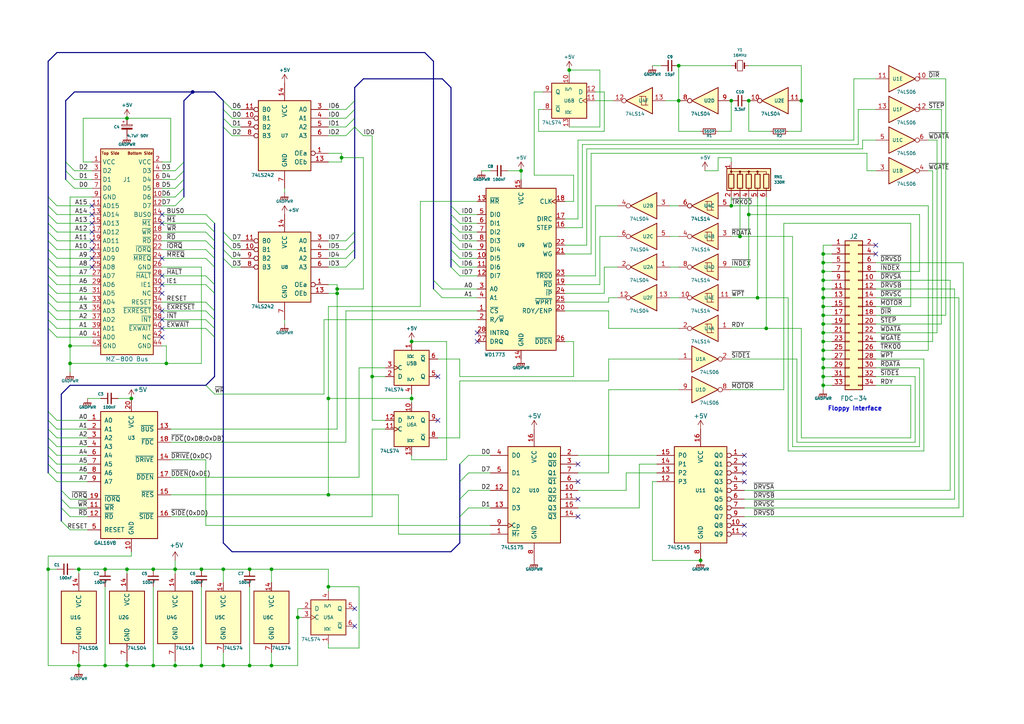
<source format=kicad_sch>
(kicad_sch (version 20211123) (generator eeschema)
  (paper "A4")
  (title_block (title "K&P SFD-800 Floppy Interface") (date "2021-05-17") (rev "1.0") (comment 1 "board.") (comment 2 "This is a recreation of the card using the original schematic and probe of an original") (comment 3 "Sharp MZ-800/MZ-80B/MZ-2000.") (comment 4 "Kersten & Partners SFD-800 Floppy Disk Interface card for the "))
  (junction (at 36.83 193.04))
  (junction (at 58.42 165.1))
  (junction (at 22.86 165.1))
  (junction (at 36.83 34.29))
  (junction (at 238.76 93.98))
  (junction (at 119.38 115.57))
  (junction (at 196.85 19.05))
  (junction (at 203.2 162.56))
  (junction (at 22.86 193.04))
  (junction (at 72.39 193.04))
  (junction (at 30.48 165.1))
  (junction (at 222.25 95.25))
  (junction (at 36.83 165.1))
  (junction (at 38.1 115.57))
  (junction (at 64.77 165.1))
  (junction (at 219.71 86.36))
  (junction (at 238.76 88.9))
  (junction (at 217.17 29.21))
  (junction (at 95.25 115.57))
  (junction (at 107.95 109.22))
  (junction (at 86.36 179.07))
  (junction (at 78.74 193.04))
  (junction (at 238.76 111.76))
  (junction (at 99.06 45.72))
  (junction (at 95.25 143.51))
  (junction (at 196.85 29.21))
  (junction (at 238.76 109.22))
  (junction (at 97.79 85.09))
  (junction (at 97.79 83.82))
  (junction (at 72.39 165.1))
  (junction (at 64.77 193.04))
  (junction (at 238.76 86.36))
  (junction (at 50.8 165.1))
  (junction (at 238.76 96.52))
  (junction (at 238.76 91.44))
  (junction (at 214.63 68.58))
  (junction (at 232.41 29.21))
  (junction (at 238.76 78.74))
  (junction (at 95.25 170.18))
  (junction (at 238.76 76.2))
  (junction (at 238.76 99.06))
  (junction (at 50.8 193.04))
  (junction (at 58.42 193.04))
  (junction (at 55.88 26.67))
  (junction (at 165.1 20.32))
  (junction (at 212.09 59.69))
  (junction (at 78.74 165.1))
  (junction (at 20.32 100.33))
  (junction (at 151.13 49.53))
  (junction (at 238.76 104.14))
  (junction (at 119.38 99.06))
  (junction (at 20.32 105.41))
  (junction (at 44.45 165.1))
  (junction (at 238.76 101.6))
  (junction (at 212.09 29.21))
  (junction (at 30.48 193.04))
  (junction (at 238.76 83.82))
  (junction (at 238.76 81.28))
  (junction (at 217.17 62.23))
  (junction (at 238.76 106.68))
  (junction (at 44.45 193.04))
  (junction (at 238.76 73.66))
  (junction (at 48.26 105.41))
  (junction (at 13.97 165.1))
  (no_connect (at 215.9 134.62))
  (no_connect (at 26.67 59.69))
  (no_connect (at 254 73.66))
  (no_connect (at 46.99 64.77))
  (no_connect (at 127 121.92))
  (no_connect (at 26.67 72.39))
  (no_connect (at 215.9 139.7))
  (no_connect (at 102.87 181.61))
  (no_connect (at 215.9 137.16))
  (no_connect (at 26.67 67.31))
  (no_connect (at 102.87 176.53))
  (no_connect (at 46.99 62.23))
  (no_connect (at 26.67 64.77))
  (no_connect (at 46.99 82.55))
  (no_connect (at 46.99 97.79))
  (no_connect (at 138.43 99.06))
  (no_connect (at 46.99 85.09))
  (no_connect (at 167.64 139.7))
  (no_connect (at 215.9 154.94))
  (no_connect (at 46.99 80.01))
  (no_connect (at 167.64 144.78))
  (no_connect (at 254 71.12))
  (no_connect (at 167.64 134.62))
  (no_connect (at 138.43 96.52))
  (no_connect (at 26.67 62.23))
  (no_connect (at 46.99 90.17))
  (no_connect (at 46.99 92.71))
  (no_connect (at 167.64 149.86))
  (no_connect (at 26.67 77.47))
  (no_connect (at 26.67 69.85))
  (no_connect (at 46.99 95.25))
  (no_connect (at 46.99 74.93))
  (no_connect (at 127 109.22))
  (no_connect (at 26.67 74.93))
  (no_connect (at 215.9 152.4))
  (no_connect (at 215.9 132.08))
  (bus_entry (at 59.69 74.93) (size 2.54 2.54))
  (bus_entry (at 102.87 36.83) (size 2.54 2.54))
  (bus_entry (at 59.69 111.76) (size 2.54 2.54))
  (bus_entry (at 59.69 92.71) (size 2.54 2.54))
  (bus_entry (at 100.33 74.93) (size 2.54 -2.54))
  (bus_entry (at 16.51 129.54) (size -2.54 -2.54))
  (bus_entry (at 17.78 142.24) (size 2.54 2.54))
  (bus_entry (at 130.81 77.47) (size 2.54 2.54))
  (bus_entry (at 16.51 77.47) (size -2.54 -2.54))
  (bus_entry (at 59.69 64.77) (size 2.54 2.54))
  (bus_entry (at 16.51 139.7) (size -2.54 -2.54))
  (bus_entry (at 16.51 127) (size -2.54 -2.54))
  (bus_entry (at 59.69 72.39) (size 2.54 2.54))
  (bus_entry (at 16.51 137.16) (size -2.54 -2.54))
  (bus_entry (at 59.69 69.85) (size 2.54 2.54))
  (bus_entry (at 16.51 95.25) (size -2.54 -2.54))
  (bus_entry (at 59.69 67.31) (size 2.54 2.54))
  (bus_entry (at 133.35 134.62) (size 2.54 -2.54))
  (bus_entry (at 100.33 39.37) (size 2.54 -2.54))
  (bus_entry (at 100.33 31.75) (size 2.54 -2.54))
  (bus_entry (at 133.35 144.78) (size 2.54 -2.54))
  (bus_entry (at 100.33 34.29) (size 2.54 -2.54))
  (bus_entry (at 100.33 77.47) (size 2.54 -2.54))
  (bus_entry (at 100.33 36.83) (size 2.54 -2.54))
  (bus_entry (at 19.05 52.07) (size 2.54 2.54))
  (bus_entry (at 130.81 74.93) (size 2.54 2.54))
  (bus_entry (at 16.51 134.62) (size -2.54 -2.54))
  (bus_entry (at 16.51 132.08) (size -2.54 -2.54))
  (bus_entry (at 16.51 72.39) (size -2.54 -2.54))
  (bus_entry (at 125.73 81.28) (size 2.54 2.54))
  (bus_entry (at 16.51 69.85) (size -2.54 -2.54))
  (bus_entry (at 130.81 62.23) (size 2.54 2.54))
  (bus_entry (at 64.77 29.21) (size 2.54 2.54))
  (bus_entry (at 59.69 80.01) (size 2.54 2.54))
  (bus_entry (at 59.69 87.63) (size 2.54 2.54))
  (bus_entry (at 59.69 62.23) (size 2.54 2.54))
  (bus_entry (at 133.35 139.7) (size 2.54 -2.54))
  (bus_entry (at 64.77 72.39) (size 2.54 2.54))
  (bus_entry (at 64.77 74.93) (size 2.54 2.54))
  (bus_entry (at 59.69 82.55) (size 2.54 2.54))
  (bus_entry (at 16.51 67.31) (size -2.54 -2.54))
  (bus_entry (at 50.8 59.69) (size 2.54 -2.54))
  (bus_entry (at 50.8 49.53) (size 2.54 -2.54))
  (bus_entry (at 16.51 97.79) (size -2.54 -2.54))
  (bus_entry (at 100.33 72.39) (size 2.54 -2.54))
  (bus_entry (at 64.77 36.83) (size 2.54 2.54))
  (bus_entry (at 16.51 82.55) (size -2.54 -2.54))
  (bus_entry (at 64.77 34.29) (size 2.54 2.54))
  (bus_entry (at 130.81 69.85) (size 2.54 2.54))
  (bus_entry (at 64.77 31.75) (size 2.54 2.54))
  (bus_entry (at 50.8 54.61) (size 2.54 -2.54))
  (bus_entry (at 16.51 121.92) (size -2.54 -2.54))
  (bus_entry (at 130.81 59.69) (size 2.54 2.54))
  (bus_entry (at 59.69 95.25) (size 2.54 2.54))
  (bus_entry (at 17.78 147.32) (size 2.54 2.54))
  (bus_entry (at 59.69 90.17) (size 2.54 2.54))
  (bus_entry (at 100.33 69.85) (size 2.54 -2.54))
  (bus_entry (at 16.51 62.23) (size -2.54 -2.54))
  (bus_entry (at 17.78 151.13) (size 2.54 2.54))
  (bus_entry (at 16.51 80.01) (size -2.54 -2.54))
  (bus_entry (at 16.51 87.63) (size -2.54 -2.54))
  (bus_entry (at 19.05 46.99) (size 2.54 2.54))
  (bus_entry (at 50.8 57.15) (size 2.54 -2.54))
  (bus_entry (at 16.51 85.09) (size -2.54 -2.54))
  (bus_entry (at 16.51 64.77) (size -2.54 -2.54))
  (bus_entry (at 16.51 74.93) (size -2.54 -2.54))
  (bus_entry (at 16.51 92.71) (size -2.54 -2.54))
  (bus_entry (at 130.81 67.31) (size 2.54 2.54))
  (bus_entry (at 64.77 67.31) (size 2.54 2.54))
  (bus_entry (at 16.51 124.46) (size -2.54 -2.54))
  (bus_entry (at 50.8 52.07) (size 2.54 -2.54))
  (bus_entry (at 133.35 149.86) (size 2.54 -2.54))
  (bus_entry (at 130.81 72.39) (size 2.54 2.54))
  (bus_entry (at 16.51 90.17) (size -2.54 -2.54))
  (bus_entry (at 130.81 64.77) (size 2.54 2.54))
  (bus_entry (at 125.73 83.82) (size 2.54 2.54))
  (bus_entry (at 64.77 69.85) (size 2.54 2.54))
  (bus_entry (at 19.05 49.53) (size 2.54 2.54))
  (bus_entry (at 16.51 59.69) (size -2.54 -2.54))
  (bus_entry (at 17.78 144.78) (size 2.54 2.54))
  (wire (pts (xy 194.31 59.69) (xy 196.85 59.69)))
  (wire (pts (xy 46.99 77.47) (xy 58.42 77.47)))
  (wire (pts (xy 222.25 95.25) (xy 212.09 95.25)))
  (wire (pts (xy 22.86 193.04) (xy 22.86 194.31)))
  (wire (pts (xy 67.31 39.37) (xy 69.85 39.37)))
  (wire (pts (xy 238.76 99.06) (xy 238.76 101.6)))
  (wire (pts (xy 25.4 137.16) (xy 16.51 137.16)))
  (wire (pts (xy 241.3 73.66) (xy 238.76 73.66)))
  (wire (pts (xy 36.83 166.37) (xy 36.83 165.1)))
  (wire (pts (xy 99.06 44.45) (xy 99.06 45.72)))
  (wire (pts (xy 107.95 121.92) (xy 111.76 121.92)))
  (wire (pts (xy 107.95 109.22) (xy 107.95 39.37)))
  (wire (pts (xy 273.05 31.75) (xy 273.05 93.98)))
  (bus (pts (xy 130.81 72.39) (xy 130.81 74.93)))
  (wire (pts (xy 251.46 44.45) (xy 251.46 49.53)))
  (wire (pts (xy 97.79 124.46) (xy 97.79 85.09)))
  (wire (pts (xy 238.76 81.28) (xy 238.76 83.82)))
  (wire (pts (xy 95.25 115.57) (xy 95.25 143.51)))
  (wire (pts (xy 111.76 109.22) (xy 107.95 109.22)))
  (wire (pts (xy 228.6 130.81) (xy 267.97 130.81)))
  (wire (pts (xy 38.1 161.29) (xy 38.1 160.02)))
  (wire (pts (xy 231.14 128.27) (xy 265.43 128.27)))
  (bus (pts (xy 53.34 54.61) (xy 53.34 57.15)))
  (wire (pts (xy 138.43 64.77) (xy 133.35 64.77)))
  (wire (pts (xy 36.83 34.29) (xy 49.53 34.29)))
  (wire (pts (xy 154.94 50.8) (xy 166.37 50.8)))
  (wire (pts (xy 105.41 45.72) (xy 105.41 83.82)))
  (bus (pts (xy 123.19 15.24) (xy 125.73 17.78)))
  (wire (pts (xy 173.99 36.83) (xy 173.99 20.32)))
  (bus (pts (xy 133.35 139.7) (xy 133.35 144.78)))
  (wire (pts (xy 266.7 129.54) (xy 266.7 106.68)))
  (bus (pts (xy 64.77 69.85) (xy 64.77 72.39)))
  (wire (pts (xy 176.53 87.63) (xy 176.53 86.36)))
  (bus (pts (xy 130.81 59.69) (xy 130.81 62.23)))
  (wire (pts (xy 269.24 31.75) (xy 273.05 31.75)))
  (wire (pts (xy 238.76 104.14) (xy 238.76 106.68)))
  (wire (pts (xy 217.17 77.47) (xy 217.17 62.23)))
  (wire (pts (xy 25.4 134.62) (xy 16.51 134.62)))
  (wire (pts (xy 163.83 66.04) (xy 168.91 66.04)))
  (wire (pts (xy 104.14 170.18) (xy 95.25 170.18)))
  (bus (pts (xy 64.77 29.21) (xy 64.77 31.75)))
  (wire (pts (xy 34.29 115.57) (xy 38.1 115.57)))
  (wire (pts (xy 171.45 44.45) (xy 171.45 73.66)))
  (wire (pts (xy 156.21 31.75) (xy 157.48 31.75)))
  (wire (pts (xy 49.53 128.27) (xy 100.33 128.27)))
  (wire (pts (xy 138.43 83.82) (xy 128.27 83.82)))
  (wire (pts (xy 170.18 43.18) (xy 170.18 71.12)))
  (wire (pts (xy 95.25 186.69) (xy 95.25 187.96)))
  (wire (pts (xy 238.76 83.82) (xy 238.76 86.36)))
  (bus (pts (xy 13.97 62.23) (xy 13.97 64.77)))
  (bus (pts (xy 13.97 90.17) (xy 13.97 92.71)))
  (bus (pts (xy 62.23 90.17) (xy 62.23 92.71)))
  (wire (pts (xy 26.67 87.63) (xy 16.51 87.63)))
  (wire (pts (xy 238.76 109.22) (xy 238.76 111.76)))
  (bus (pts (xy 128.27 22.86) (xy 130.81 25.4)))
  (bus (pts (xy 102.87 29.21) (xy 102.87 31.75)))
  (wire (pts (xy 21.59 165.1) (xy 22.86 165.1)))
  (wire (pts (xy 64.77 165.1) (xy 72.39 165.1)))
  (wire (pts (xy 241.3 83.82) (xy 238.76 83.82)))
  (bus (pts (xy 130.81 25.4) (xy 130.81 59.69)))
  (wire (pts (xy 46.99 69.85) (xy 59.69 69.85)))
  (wire (pts (xy 194.31 68.58) (xy 196.85 68.58)))
  (wire (pts (xy 166.37 109.22) (xy 166.37 99.06)))
  (wire (pts (xy 172.72 80.01) (xy 172.72 59.69)))
  (wire (pts (xy 93.98 92.71) (xy 93.98 114.3)))
  (wire (pts (xy 279.4 149.86) (xy 279.4 76.2)))
  (wire (pts (xy 50.8 165.1) (xy 58.42 165.1)))
  (wire (pts (xy 22.86 165.1) (xy 30.48 165.1)))
  (wire (pts (xy 173.99 20.32) (xy 165.1 20.32)))
  (bus (pts (xy 13.97 119.38) (xy 13.97 121.92)))
  (wire (pts (xy 95.25 88.9) (xy 95.25 115.57)))
  (bus (pts (xy 13.97 59.69) (xy 13.97 62.23)))
  (wire (pts (xy 165.1 20.32) (xy 165.1 21.59)))
  (wire (pts (xy 163.83 80.01) (xy 172.72 80.01)))
  (wire (pts (xy 270.51 99.06) (xy 254 99.06)))
  (wire (pts (xy 176.53 90.17) (xy 176.53 95.25)))
  (wire (pts (xy 208.28 38.1) (xy 212.09 38.1)))
  (wire (pts (xy 271.78 40.64) (xy 271.78 96.52)))
  (wire (pts (xy 26.67 49.53) (xy 21.59 49.53)))
  (bus (pts (xy 62.23 26.67) (xy 64.77 29.21)))
  (wire (pts (xy 166.37 99.06) (xy 163.83 99.06)))
  (wire (pts (xy 30.48 170.18) (xy 30.48 193.04)))
  (wire (pts (xy 227.33 113.03) (xy 227.33 64.77)))
  (bus (pts (xy 17.78 144.78) (xy 17.78 147.32)))
  (wire (pts (xy 95.25 187.96) (xy 104.14 187.96)))
  (bus (pts (xy 19.05 29.21) (xy 21.59 26.67)))
  (wire (pts (xy 175.26 85.09) (xy 175.26 77.47)))
  (wire (pts (xy 274.32 91.44) (xy 254 91.44)))
  (wire (pts (xy 238.76 111.76) (xy 241.3 111.76)))
  (wire (pts (xy 26.67 64.77) (xy 16.51 64.77)))
  (wire (pts (xy 119.38 115.57) (xy 119.38 116.84)))
  (wire (pts (xy 25.4 129.54) (xy 16.51 129.54)))
  (wire (pts (xy 241.3 78.74) (xy 238.76 78.74)))
  (wire (pts (xy 247.65 22.86) (xy 254 22.86)))
  (bus (pts (xy 17.78 114.3) (xy 20.32 111.76)))
  (wire (pts (xy 46.99 49.53) (xy 50.8 49.53)))
  (wire (pts (xy 99.06 45.72) (xy 105.41 45.72)))
  (bus (pts (xy 13.97 85.09) (xy 13.97 87.63)))
  (wire (pts (xy 138.43 58.42) (xy 121.92 58.42)))
  (wire (pts (xy 86.36 176.53) (xy 86.36 179.07)))
  (wire (pts (xy 142.24 132.08) (xy 135.89 132.08)))
  (wire (pts (xy 95.25 165.1) (xy 78.74 165.1)))
  (wire (pts (xy 59.69 133.35) (xy 49.53 133.35)))
  (wire (pts (xy 26.67 52.07) (xy 21.59 52.07)))
  (wire (pts (xy 238.76 91.44) (xy 238.76 93.98)))
  (wire (pts (xy 208.28 45.72) (xy 212.09 45.72)))
  (wire (pts (xy 26.67 92.71) (xy 16.51 92.71)))
  (wire (pts (xy 16.51 165.1) (xy 13.97 165.1)))
  (wire (pts (xy 82.55 92.71) (xy 82.55 93.98)))
  (wire (pts (xy 176.53 95.25) (xy 196.85 95.25)))
  (wire (pts (xy 229.87 129.54) (xy 266.7 129.54)))
  (wire (pts (xy 49.53 124.46) (xy 97.79 124.46)))
  (wire (pts (xy 163.83 85.09) (xy 175.26 85.09)))
  (bus (pts (xy 53.34 29.21) (xy 55.88 26.67)))
  (wire (pts (xy 163.83 90.17) (xy 176.53 90.17)))
  (wire (pts (xy 163.83 87.63) (xy 176.53 87.63)))
  (wire (pts (xy 172.72 26.67) (xy 175.26 26.67)))
  (wire (pts (xy 269.24 40.64) (xy 271.78 40.64)))
  (bus (pts (xy 13.97 92.71) (xy 13.97 95.25)))
  (wire (pts (xy 67.31 72.39) (xy 69.85 72.39)))
  (bus (pts (xy 102.87 31.75) (xy 102.87 34.29)))
  (wire (pts (xy 163.83 73.66) (xy 171.45 73.66)))
  (wire (pts (xy 241.3 93.98) (xy 238.76 93.98)))
  (wire (pts (xy 269.24 101.6) (xy 254 101.6)))
  (wire (pts (xy 181.61 142.24) (xy 181.61 137.16)))
  (wire (pts (xy 278.13 86.36) (xy 254 86.36)))
  (bus (pts (xy 102.87 67.31) (xy 102.87 69.85)))
  (wire (pts (xy 46.99 92.71) (xy 59.69 92.71)))
  (wire (pts (xy 238.76 111.76) (xy 238.76 113.03)))
  (wire (pts (xy 58.42 77.47) (xy 58.42 105.41)))
  (wire (pts (xy 228.6 86.36) (xy 228.6 130.81)))
  (wire (pts (xy 231.14 104.14) (xy 231.14 128.27)))
  (wire (pts (xy 25.4 127) (xy 16.51 127)))
  (wire (pts (xy 72.39 165.1) (xy 78.74 165.1)))
  (wire (pts (xy 133.35 74.93) (xy 138.43 74.93)))
  (wire (pts (xy 241.3 109.22) (xy 238.76 109.22)))
  (wire (pts (xy 95.25 143.51) (xy 115.57 143.51)))
  (wire (pts (xy 133.35 110.49) (xy 176.53 110.49)))
  (wire (pts (xy 142.24 142.24) (xy 135.89 142.24)))
  (wire (pts (xy 46.99 62.23) (xy 59.69 62.23)))
  (wire (pts (xy 129.54 99.06) (xy 119.38 99.06)))
  (wire (pts (xy 228.6 38.1) (xy 232.41 38.1)))
  (wire (pts (xy 176.53 86.36) (xy 179.07 86.36)))
  (bus (pts (xy 13.97 95.25) (xy 13.97 119.38)))
  (wire (pts (xy 266.7 62.23) (xy 266.7 78.74)))
  (wire (pts (xy 142.24 147.32) (xy 135.89 147.32)))
  (bus (pts (xy 125.73 17.78) (xy 125.73 81.28)))
  (bus (pts (xy 102.87 25.4) (xy 102.87 29.21)))
  (bus (pts (xy 125.73 81.28) (xy 125.73 83.82)))
  (wire (pts (xy 232.41 19.05) (xy 232.41 29.21)))
  (wire (pts (xy 171.45 44.45) (xy 251.46 44.45)))
  (bus (pts (xy 133.35 144.78) (xy 133.35 149.86)))
  (wire (pts (xy 46.99 95.25) (xy 59.69 95.25)))
  (wire (pts (xy 217.17 19.05) (xy 232.41 19.05)))
  (bus (pts (xy 13.97 134.62) (xy 13.97 137.16)))
  (wire (pts (xy 20.32 147.32) (xy 25.4 147.32)))
  (wire (pts (xy 212.09 77.47) (xy 217.17 77.47)))
  (wire (pts (xy 212.09 59.69) (xy 269.24 59.69)))
  (wire (pts (xy 119.38 114.3) (xy 119.38 115.57)))
  (wire (pts (xy 115.57 143.51) (xy 115.57 154.94)))
  (wire (pts (xy 20.32 105.41) (xy 20.32 107.95)))
  (wire (pts (xy 95.25 44.45) (xy 99.06 44.45)))
  (wire (pts (xy 26.67 77.47) (xy 16.51 77.47)))
  (wire (pts (xy 217.17 29.21) (xy 217.17 38.1)))
  (bus (pts (xy 62.23 67.31) (xy 62.23 69.85)))
  (wire (pts (xy 46.99 64.77) (xy 59.69 64.77)))
  (wire (pts (xy 44.45 193.04) (xy 50.8 193.04)))
  (wire (pts (xy 36.83 165.1) (xy 44.45 165.1)))
  (wire (pts (xy 267.97 130.81) (xy 267.97 104.14)))
  (wire (pts (xy 46.99 74.93) (xy 59.69 74.93)))
  (bus (pts (xy 13.97 17.78) (xy 13.97 57.15)))
  (bus (pts (xy 130.81 69.85) (xy 130.81 72.39)))
  (wire (pts (xy 266.7 78.74) (xy 254 78.74)))
  (bus (pts (xy 53.34 29.21) (xy 53.34 46.99)))
  (bus (pts (xy 62.23 85.09) (xy 62.23 90.17)))
  (bus (pts (xy 62.23 77.47) (xy 62.23 82.55)))
  (wire (pts (xy 119.38 115.57) (xy 95.25 115.57)))
  (wire (pts (xy 250.19 40.64) (xy 250.19 43.18)))
  (wire (pts (xy 241.3 76.2) (xy 238.76 76.2)))
  (bus (pts (xy 53.34 49.53) (xy 53.34 52.07)))
  (wire (pts (xy 95.25 39.37) (xy 100.33 39.37)))
  (wire (pts (xy 46.99 54.61) (xy 50.8 54.61)))
  (bus (pts (xy 13.97 132.08) (xy 13.97 134.62)))
  (wire (pts (xy 241.3 106.68) (xy 238.76 106.68)))
  (wire (pts (xy 58.42 105.41) (xy 48.26 105.41)))
  (wire (pts (xy 95.25 77.47) (xy 100.33 77.47)))
  (wire (pts (xy 25.4 139.7) (xy 16.51 139.7)))
  (wire (pts (xy 172.72 59.69) (xy 179.07 59.69)))
  (bus (pts (xy 62.23 69.85) (xy 62.23 72.39)))
  (bus (pts (xy 67.31 160.02) (xy 130.81 160.02)))
  (wire (pts (xy 275.59 81.28) (xy 254 81.28)))
  (wire (pts (xy 266.7 106.68) (xy 254 106.68)))
  (wire (pts (xy 20.32 153.67) (xy 25.4 153.67)))
  (wire (pts (xy 238.76 106.68) (xy 238.76 109.22)))
  (wire (pts (xy 36.83 193.04) (xy 44.45 193.04)))
  (bus (pts (xy 130.81 74.93) (xy 130.81 77.47)))
  (wire (pts (xy 95.25 170.18) (xy 95.25 165.1)))
  (bus (pts (xy 62.23 95.25) (xy 62.23 97.79)))
  (wire (pts (xy 194.31 77.47) (xy 196.85 77.47)))
  (wire (pts (xy 30.48 193.04) (xy 36.83 193.04)))
  (wire (pts (xy 196.85 19.05) (xy 212.09 19.05)))
  (wire (pts (xy 271.78 96.52) (xy 254 96.52)))
  (wire (pts (xy 119.38 132.08) (xy 119.38 133.35)))
  (bus (pts (xy 20.32 111.76) (xy 59.69 111.76)))
  (wire (pts (xy 265.43 109.22) (xy 254 109.22)))
  (bus (pts (xy 17.78 142.24) (xy 17.78 144.78)))
  (wire (pts (xy 276.86 144.78) (xy 276.86 83.82)))
  (bus (pts (xy 19.05 46.99) (xy 19.05 49.53)))
  (wire (pts (xy 22.86 191.77) (xy 22.86 193.04)))
  (wire (pts (xy 50.8 193.04) (xy 58.42 193.04)))
  (wire (pts (xy 142.24 152.4) (xy 59.69 152.4)))
  (wire (pts (xy 58.42 170.18) (xy 58.42 193.04)))
  (wire (pts (xy 97.79 85.09) (xy 97.79 83.82)))
  (wire (pts (xy 232.41 38.1) (xy 232.41 29.21)))
  (bus (pts (xy 133.35 149.86) (xy 133.35 157.48)))
  (wire (pts (xy 275.59 142.24) (xy 275.59 81.28)))
  (wire (pts (xy 46.99 82.55) (xy 59.69 82.55)))
  (bus (pts (xy 102.87 69.85) (xy 102.87 72.39)))
  (wire (pts (xy 133.35 80.01) (xy 138.43 80.01)))
  (bus (pts (xy 130.81 67.31) (xy 130.81 69.85)))
  (wire (pts (xy 241.3 81.28) (xy 238.76 81.28)))
  (wire (pts (xy 13.97 161.29) (xy 38.1 161.29)))
  (wire (pts (xy 20.32 100.33) (xy 26.67 100.33)))
  (wire (pts (xy 163.83 63.5) (xy 167.64 63.5)))
  (wire (pts (xy 212.09 68.58) (xy 214.63 68.58)))
  (bus (pts (xy 62.23 97.79) (xy 62.23 109.22)))
  (wire (pts (xy 168.91 41.91) (xy 248.92 41.91)))
  (wire (pts (xy 133.35 72.39) (xy 138.43 72.39)))
  (bus (pts (xy 55.88 26.67) (xy 62.23 26.67)))
  (wire (pts (xy 176.53 113.03) (xy 196.85 113.03)))
  (wire (pts (xy 46.99 87.63) (xy 59.69 87.63)))
  (wire (pts (xy 219.71 86.36) (xy 228.6 86.36)))
  (wire (pts (xy 276.86 83.82) (xy 254 83.82)))
  (wire (pts (xy 104.14 106.68) (xy 111.76 106.68)))
  (bus (pts (xy 62.23 82.55) (xy 62.23 85.09)))
  (bus (pts (xy 62.23 92.71) (xy 62.23 95.25)))
  (bus (pts (xy 62.23 74.93) (xy 62.23 77.47)))
  (wire (pts (xy 26.67 97.79) (xy 16.51 97.79)))
  (bus (pts (xy 13.97 82.55) (xy 13.97 85.09)))
  (wire (pts (xy 95.25 69.85) (xy 100.33 69.85)))
  (wire (pts (xy 133.35 109.22) (xy 166.37 109.22)))
  (bus (pts (xy 130.81 160.02) (xy 133.35 157.48)))
  (wire (pts (xy 241.3 101.6) (xy 238.76 101.6)))
  (wire (pts (xy 222.25 57.15) (xy 222.25 95.25)))
  (wire (pts (xy 95.25 85.09) (xy 97.79 85.09)))
  (wire (pts (xy 95.25 72.39) (xy 100.33 72.39)))
  (wire (pts (xy 95.25 34.29) (xy 100.33 34.29)))
  (wire (pts (xy 167.64 40.64) (xy 167.64 63.5)))
  (wire (pts (xy 127 104.14) (xy 133.35 104.14)))
  (wire (pts (xy 163.83 71.12) (xy 170.18 71.12)))
  (bus (pts (xy 17.78 147.32) (xy 17.78 151.13)))
  (wire (pts (xy 212.09 86.36) (xy 219.71 86.36)))
  (bus (pts (xy 17.78 114.3) (xy 17.78 142.24)))
  (bus (pts (xy 13.97 72.39) (xy 13.97 74.93)))
  (wire (pts (xy 22.86 166.37) (xy 22.86 165.1)))
  (wire (pts (xy 67.31 31.75) (xy 69.85 31.75)))
  (wire (pts (xy 163.83 82.55) (xy 173.99 82.55)))
  (wire (pts (xy 93.98 92.71) (xy 138.43 92.71)))
  (wire (pts (xy 238.76 73.66) (xy 238.76 76.2)))
  (wire (pts (xy 212.09 113.03) (xy 227.33 113.03)))
  (bus (pts (xy 13.97 57.15) (xy 13.97 59.69)))
  (wire (pts (xy 208.28 49.53) (xy 208.28 45.72)))
  (wire (pts (xy 78.74 193.04) (xy 78.74 189.23)))
  (bus (pts (xy 13.97 67.31) (xy 13.97 69.85)))
  (wire (pts (xy 50.8 165.1) (xy 50.8 162.56)))
  (wire (pts (xy 193.04 29.21) (xy 196.85 29.21)))
  (wire (pts (xy 87.63 176.53) (xy 86.36 176.53)))
  (wire (pts (xy 238.76 96.52) (xy 238.76 99.06)))
  (wire (pts (xy 107.95 149.86) (xy 107.95 124.46)))
  (bus (pts (xy 13.97 64.77) (xy 13.97 67.31)))
  (wire (pts (xy 185.42 134.62) (xy 190.5 134.62)))
  (wire (pts (xy 241.3 104.14) (xy 238.76 104.14)))
  (wire (pts (xy 25.4 121.92) (xy 16.51 121.92)))
  (wire (pts (xy 22.86 193.04) (xy 30.48 193.04)))
  (wire (pts (xy 194.31 86.36) (xy 196.85 86.36)))
  (bus (pts (xy 64.77 157.48) (xy 67.31 160.02)))
  (wire (pts (xy 238.76 71.12) (xy 238.76 73.66)))
  (bus (pts (xy 13.97 74.93) (xy 13.97 77.47)))
  (wire (pts (xy 190.5 139.7) (xy 189.23 139.7)))
  (wire (pts (xy 264.16 127) (xy 232.41 127)))
  (wire (pts (xy 64.77 193.04) (xy 72.39 193.04)))
  (wire (pts (xy 26.67 67.31) (xy 16.51 67.31)))
  (wire (pts (xy 99.06 46.99) (xy 95.25 46.99)))
  (bus (pts (xy 64.77 72.39) (xy 64.77 74.93)))
  (wire (pts (xy 247.65 40.64) (xy 167.64 40.64)))
  (wire (pts (xy 248.92 31.75) (xy 254 31.75)))
  (wire (pts (xy 58.42 193.04) (xy 64.77 193.04)))
  (wire (pts (xy 49.53 149.86) (xy 107.95 149.86)))
  (bus (pts (xy 102.87 72.39) (xy 102.87 74.93)))
  (wire (pts (xy 99.06 45.72) (xy 99.06 46.99)))
  (wire (pts (xy 49.53 143.51) (xy 95.25 143.51)))
  (wire (pts (xy 133.35 127) (xy 133.35 110.49)))
  (wire (pts (xy 138.43 62.23) (xy 133.35 62.23)))
  (wire (pts (xy 170.18 43.18) (xy 250.19 43.18)))
  (wire (pts (xy 238.76 86.36) (xy 238.76 88.9)))
  (wire (pts (xy 49.53 138.43) (xy 104.14 138.43)))
  (bus (pts (xy 59.69 111.76) (xy 62.23 109.22)))
  (wire (pts (xy 264.16 111.76) (xy 264.16 127)))
  (wire (pts (xy 30.48 165.1) (xy 36.83 165.1)))
  (wire (pts (xy 72.39 193.04) (xy 78.74 193.04)))
  (wire (pts (xy 139.7 49.53) (xy 142.24 49.53)))
  (wire (pts (xy 97.79 82.55) (xy 95.25 82.55)))
  (wire (pts (xy 217.17 57.15) (xy 217.17 62.23)))
  (wire (pts (xy 26.67 46.99) (xy 24.13 46.99)))
  (wire (pts (xy 46.99 57.15) (xy 50.8 57.15)))
  (wire (pts (xy 270.51 49.53) (xy 270.51 99.06)))
  (wire (pts (xy 100.33 90.17) (xy 138.43 90.17)))
  (wire (pts (xy 167.64 142.24) (xy 181.61 142.24)))
  (bus (pts (xy 13.97 17.78) (xy 16.51 15.24)))
  (wire (pts (xy 167.64 147.32) (xy 185.42 147.32)))
  (wire (pts (xy 50.8 191.77) (xy 50.8 193.04)))
  (bus (pts (xy 62.23 64.77) (xy 62.23 67.31)))
  (wire (pts (xy 176.53 104.14) (xy 196.85 104.14)))
  (wire (pts (xy 238.76 76.2) (xy 238.76 78.74)))
  (wire (pts (xy 62.23 114.3) (xy 93.98 114.3)))
  (bus (pts (xy 130.81 64.77) (xy 130.81 67.31)))
  (wire (pts (xy 129.54 133.35) (xy 129.54 99.06)))
  (wire (pts (xy 165.1 36.83) (xy 173.99 36.83)))
  (wire (pts (xy 25.4 115.57) (xy 29.21 115.57)))
  (wire (pts (xy 22.86 193.04) (xy 13.97 193.04)))
  (wire (pts (xy 278.13 147.32) (xy 278.13 86.36)))
  (wire (pts (xy 215.9 142.24) (xy 275.59 142.24)))
  (wire (pts (xy 212.09 57.15) (xy 212.09 59.69)))
  (wire (pts (xy 219.71 57.15) (xy 219.71 86.36)))
  (wire (pts (xy 49.53 34.29) (xy 49.53 46.99)))
  (bus (pts (xy 102.87 25.4) (xy 105.41 22.86)))
  (bus (pts (xy 13.97 129.54) (xy 13.97 132.08)))
  (bus (pts (xy 64.77 34.29) (xy 64.77 36.83)))
  (wire (pts (xy 232.41 127) (xy 232.41 95.25)))
  (wire (pts (xy 95.25 31.75) (xy 100.33 31.75)))
  (wire (pts (xy 177.8 29.21) (xy 172.72 29.21)))
  (wire (pts (xy 196.85 38.1) (xy 203.2 38.1)))
  (wire (pts (xy 215.9 144.78) (xy 276.86 144.78)))
  (wire (pts (xy 26.67 62.23) (xy 16.51 62.23)))
  (wire (pts (xy 214.63 57.15) (xy 214.63 68.58)))
  (wire (pts (xy 78.74 165.1) (xy 78.74 168.91)))
  (wire (pts (xy 254 104.14) (xy 267.97 104.14)))
  (wire (pts (xy 26.67 57.15) (xy 20.32 57.15)))
  (wire (pts (xy 67.31 36.83) (xy 69.85 36.83)))
  (wire (pts (xy 154.94 26.67) (xy 154.94 50.8)))
  (wire (pts (xy 274.32 22.86) (xy 274.32 91.44)))
  (wire (pts (xy 46.99 90.17) (xy 59.69 90.17)))
  (wire (pts (xy 20.32 144.78) (xy 25.4 144.78)))
  (wire (pts (xy 189.23 19.05) (xy 191.77 19.05)))
  (wire (pts (xy 196.85 19.05) (xy 196.85 29.21)))
  (wire (pts (xy 20.32 149.86) (xy 25.4 149.86)))
  (wire (pts (xy 44.45 165.1) (xy 50.8 165.1)))
  (wire (pts (xy 241.3 86.36) (xy 238.76 86.36)))
  (wire (pts (xy 100.33 128.27) (xy 100.33 90.17)))
  (bus (pts (xy 102.87 34.29) (xy 102.87 36.83)))
  (wire (pts (xy 64.77 168.91) (xy 64.77 165.1)))
  (wire (pts (xy 156.21 38.1) (xy 156.21 31.75)))
  (wire (pts (xy 264.16 64.77) (xy 264.16 88.9)))
  (wire (pts (xy 67.31 74.93) (xy 69.85 74.93)))
  (wire (pts (xy 20.32 105.41) (xy 20.32 100.33)))
  (bus (pts (xy 62.23 72.39) (xy 62.23 74.93)))
  (wire (pts (xy 95.25 74.93) (xy 100.33 74.93)))
  (wire (pts (xy 232.41 95.25) (xy 222.25 95.25)))
  (wire (pts (xy 196.85 29.21) (xy 196.85 38.1)))
  (bus (pts (xy 13.97 69.85) (xy 13.97 72.39)))
  (bus (pts (xy 19.05 49.53) (xy 19.05 52.07)))
  (wire (pts (xy 26.67 74.93) (xy 16.51 74.93)))
  (wire (pts (xy 175.26 38.1) (xy 156.21 38.1)))
  (wire (pts (xy 238.76 93.98) (xy 238.76 96.52)))
  (wire (pts (xy 119.38 133.35) (xy 129.54 133.35)))
  (wire (pts (xy 20.32 57.15) (xy 20.32 100.33)))
  (bus (pts (xy 105.41 22.86) (xy 128.27 22.86)))
  (wire (pts (xy 48.26 105.41) (xy 20.32 105.41)))
  (bus (pts (xy 21.59 26.67) (xy 55.88 26.67)))
  (wire (pts (xy 241.3 99.06) (xy 238.76 99.06)))
  (wire (pts (xy 138.43 86.36) (xy 128.27 86.36)))
  (wire (pts (xy 104.14 138.43) (xy 104.14 106.68)))
  (wire (pts (xy 24.13 34.29) (xy 24.13 46.99)))
  (wire (pts (xy 175.26 77.47) (xy 179.07 77.47)))
  (bus (pts (xy 13.97 80.01) (xy 13.97 82.55)))
  (wire (pts (xy 26.67 90.17) (xy 16.51 90.17)))
  (wire (pts (xy 67.31 77.47) (xy 69.85 77.47)))
  (wire (pts (xy 204.47 49.53) (xy 208.28 49.53)))
  (wire (pts (xy 26.67 59.69) (xy 16.51 59.69)))
  (bus (pts (xy 130.81 62.23) (xy 130.81 64.77)))
  (wire (pts (xy 238.76 88.9) (xy 238.76 91.44)))
  (wire (pts (xy 107.95 109.22) (xy 107.95 121.92)))
  (wire (pts (xy 173.99 82.55) (xy 173.99 68.58)))
  (wire (pts (xy 82.55 55.88) (xy 82.55 54.61)))
  (bus (pts (xy 16.51 15.24) (xy 123.19 15.24)))
  (wire (pts (xy 64.77 189.23) (xy 64.77 193.04)))
  (wire (pts (xy 46.99 59.69) (xy 50.8 59.69)))
  (wire (pts (xy 86.36 179.07) (xy 87.63 179.07)))
  (wire (pts (xy 173.99 68.58) (xy 179.07 68.58)))
  (wire (pts (xy 86.36 179.07) (xy 86.36 193.04)))
  (wire (pts (xy 151.13 49.53) (xy 151.13 52.07)))
  (wire (pts (xy 26.67 72.39) (xy 16.51 72.39)))
  (wire (pts (xy 127 127) (xy 133.35 127)))
  (bus (pts (xy 53.34 46.99) (xy 53.34 49.53)))
  (bus (pts (xy 53.34 52.07) (xy 53.34 54.61)))
  (wire (pts (xy 241.3 88.9) (xy 238.76 88.9)))
  (wire (pts (xy 26.67 69.85) (xy 16.51 69.85)))
  (bus (pts (xy 64.77 31.75) (xy 64.77 34.29)))
  (wire (pts (xy 241.3 71.12) (xy 238.76 71.12)))
  (wire (pts (xy 104.14 187.96) (xy 104.14 170.18)))
  (wire (pts (xy 269.24 59.69) (xy 269.24 101.6)))
  (wire (pts (xy 25.4 132.08) (xy 16.51 132.08)))
  (wire (pts (xy 189.23 162.56) (xy 203.2 162.56)))
  (wire (pts (xy 176.53 137.16) (xy 176.53 113.03)))
  (wire (pts (xy 142.24 137.16) (xy 135.89 137.16)))
  (wire (pts (xy 167.64 132.08) (xy 190.5 132.08)))
  (wire (pts (xy 26.67 95.25) (xy 16.51 95.25)))
  (wire (pts (xy 215.9 147.32) (xy 278.13 147.32)))
  (wire (pts (xy 24.13 34.29) (xy 36.83 34.29)))
  (bus (pts (xy 13.97 124.46) (xy 13.97 127)))
  (wire (pts (xy 115.57 154.94) (xy 142.24 154.94)))
  (wire (pts (xy 248.92 31.75) (xy 248.92 41.91)))
  (wire (pts (xy 13.97 165.1) (xy 13.97 161.29)))
  (wire (pts (xy 167.64 137.16) (xy 176.53 137.16)))
  (wire (pts (xy 97.79 83.82) (xy 97.79 82.55)))
  (wire (pts (xy 50.8 166.37) (xy 50.8 165.1)))
  (wire (pts (xy 212.09 45.72) (xy 212.09 46.99)))
  (bus (pts (xy 133.35 134.62) (xy 133.35 139.7)))
  (wire (pts (xy 227.33 64.77) (xy 264.16 64.77)))
  (wire (pts (xy 105.41 39.37) (xy 107.95 39.37)))
  (bus (pts (xy 102.87 36.83) (xy 102.87 67.31)))
  (wire (pts (xy 250.19 40.64) (xy 254 40.64)))
  (wire (pts (xy 121.92 58.42) (xy 121.92 88.9)))
  (wire (pts (xy 36.83 191.77) (xy 36.83 193.04)))
  (wire (pts (xy 185.42 147.32) (xy 185.42 134.62)))
  (wire (pts (xy 26.67 54.61) (xy 21.59 54.61)))
  (wire (pts (xy 189.23 139.7) (xy 189.23 162.56)))
  (wire (pts (xy 138.43 67.31) (xy 133.35 67.31)))
  (bus (pts (xy 64.77 36.83) (xy 64.77 67.31)))
  (wire (pts (xy 241.3 96.52) (xy 238.76 96.52)))
  (bus (pts (xy 13.97 121.92) (xy 13.97 124.46)))
  (wire (pts (xy 241.3 91.44) (xy 238.76 91.44)))
  (wire (pts (xy 217.17 38.1) (xy 223.52 38.1)))
  (bus (pts (xy 64.77 67.31) (xy 64.77 69.85)))
  (wire (pts (xy 46.99 100.33) (xy 48.26 100.33)))
  (wire (pts (xy 133.35 104.14) (xy 133.35 109.22)))
  (wire (pts (xy 251.46 49.53) (xy 254 49.53)))
  (wire (pts (xy 25.4 124.46) (xy 16.51 124.46)))
  (wire (pts (xy 264.16 88.9) (xy 254 88.9)))
  (wire (pts (xy 166.37 50.8) (xy 166.37 58.42)))
  (wire (pts (xy 26.67 80.01) (xy 16.51 80.01)))
  (wire (pts (xy 72.39 170.18) (xy 72.39 193.04)))
  (wire (pts (xy 273.05 93.98) (xy 254 93.98)))
  (wire (pts (xy 181.61 137.16) (xy 190.5 137.16)))
  (bus (pts (xy 13.97 77.47) (xy 13.97 80.01)))
  (wire (pts (xy 107.95 124.46) (xy 111.76 124.46)))
  (bus (pts (xy 13.97 87.63) (xy 13.97 90.17)))
  (wire (pts (xy 95.25 88.9) (xy 121.92 88.9)))
  (wire (pts (xy 157.48 26.67) (xy 154.94 26.67)))
  (wire (pts (xy 26.67 85.09) (xy 16.51 85.09)))
  (wire (pts (xy 26.67 82.55) (xy 16.51 82.55)))
  (bus (pts (xy 19.05 29.21) (xy 19.05 46.99)))
  (bus (pts (xy 13.97 127) (xy 13.97 129.54)))
  (wire (pts (xy 212.09 104.14) (xy 231.14 104.14)))
  (wire (pts (xy 13.97 193.04) (xy 13.97 165.1)))
  (wire (pts (xy 147.32 49.53) (xy 151.13 49.53)))
  (wire (pts (xy 67.31 69.85) (xy 69.85 69.85)))
  (wire (pts (xy 133.35 77.47) (xy 138.43 77.47)))
  (wire (pts (xy 46.99 52.07) (xy 50.8 52.07)))
  (wire (pts (xy 215.9 149.86) (xy 279.4 149.86)))
  (wire (pts (xy 46.99 80.01) (xy 59.69 80.01)))
  (wire (pts (xy 133.35 69.85) (xy 138.43 69.85)))
  (wire (pts (xy 48.26 100.33) (xy 48.26 105.41)))
  (wire (pts (xy 95.25 36.83) (xy 100.33 36.83)))
  (wire (pts (xy 238.76 101.6) (xy 238.76 104.14)))
  (wire (pts (xy 67.31 34.29) (xy 69.85 34.29)))
  (wire (pts (xy 264.16 111.76) (xy 254 111.76)))
  (wire (pts (xy 168.91 41.91) (xy 168.91 66.04)))
  (wire (pts (xy 86.36 193.04) (xy 78.74 193.04)))
  (wire (pts (xy 247.65 22.86) (xy 247.65 40.64)))
  (wire (pts (xy 175.26 26.67) (xy 175.26 38.1)))
  (wire (pts (xy 58.42 165.1) (xy 64.77 165.1)))
  (wire (pts (xy 44.45 170.18) (xy 44.45 193.04)))
  (wire (pts (xy 269.24 49.53) (xy 270.51 49.53)))
  (wire (pts (xy 166.37 58.42) (xy 163.83 58.42)))
  (wire (pts (xy 46.99 72.39) (xy 59.69 72.39)))
  (wire (pts (xy 214.63 68.58) (xy 229.87 68.58)))
  (wire (pts (xy 105.41 83.82) (xy 97.79 83.82)))
  (wire (pts (xy 217.17 62.23) (xy 266.7 62.23)))
  (bus (pts (xy 64.77 74.93) (xy 64.77 157.48)))
  (wire (pts (xy 95.25 170.18) (xy 95.25 171.45)))
  (wire (pts (xy 212.09 38.1) (xy 212.09 29.21)))
  (wire (pts (xy 49.53 46.99) (xy 46.99 46.99)))
  (wire (pts (xy 176.53 110.49) (xy 176.53 104.14)))
  (wire (pts (xy 46.99 67.31) (xy 59.69 67.31)))
  (wire (pts (xy 265.43 128.27) (xy 265.43 109.22)))
  (wire (pts (xy 229.87 68.58) (xy 229.87 129.54)))
  (wire (pts (xy 269.24 22.86) (xy 274.32 22.86)))
  (wire (pts (xy 279.4 76.2) (xy 254 76.2)))
  (wire (pts (xy 59.69 133.35) (xy 59.69 152.4)))
  (wire (pts (xy 238.76 78.74) (xy 238.76 81.28)))
  (text "Floppy Interface" (at 240.03 119.38 0) (effects (font (size 1.27 1.27) (thickness 0.254) bold) (justify left bottom)))
  (label "D2" (at 67.31 39.37 0))
  (label "D4" (at 49.53 52.07 180))
  (label "ID6" (at 95.25 31.75 0))
  (label "~{WDATA}" (at 269.24 40.64 0))
  (label "~{MREQ}" (at 48.26 74.93 0))
  (label "ID7" (at 95.25 69.85 0))
  (label "ID6" (at 137.16 77.47 180))
  (label "~{WR}" (at 48.26 67.31 0))
  (label "ID3" (at 95.25 77.47 0))
  (label "~{DRVSC}" (at 255.27 86.36 0))
  (label "~{DRVSC}" (at 218.44 147.32 0))
  (label "~{MOTOR}" (at 212.09 113.03 0))
  (label "ID4" (at 137.16 72.39 180))
  (label "~{WDATA}" (at 255.27 96.52 0))
  (label "RDY" (at 212.09 95.25 0))
  (label "A1" (at 25.4 124.46 180))
  (label "~{WR}" (at 62.23 114.3 0))
  (label "~{DRVSB}" (at 255.27 83.82 0))
  (label "ID2" (at 137.16 67.31 180))
  (label "A14" (at 25.4 62.23 180))
  (label "A1" (at 25.4 95.25 180))
  (label "~{RDATA}" (at 212.09 68.58 0))
  (label "A9" (at 25.4 74.93 180))
  (label "D0" (at 22.86 54.61 0))
  (label "D7" (at 67.31 69.85 0))
  (label "A7" (at 25.4 139.7 180))
  (label "D7" (at 142.24 137.16 180))
  (label "~{SIDE1}" (at 212.09 104.14 0))
  (label "ID2" (at 95.25 39.37 0))
  (label "D6" (at 49.53 57.15 180))
  (label "~{DRIVE}(0xDC)" (at 49.53 133.35 0))
  (label "A4" (at 25.4 87.63 180))
  (label "A1" (at 134.62 86.36 0))
  (label "D7" (at 49.53 59.69 180))
  (label "A4" (at 25.4 132.08 180))
  (label "~{IORQ}" (at 48.26 72.39 0))
  (label "A2" (at 25.4 92.71 180))
  (label "~{WPT}" (at 255.27 104.14 0))
  (label "ID4" (at 95.25 74.93 0))
  (label "A0" (at 25.4 97.79 180))
  (label "~{WPT}" (at 212.09 86.36 0))
  (label "ID0" (at 95.25 34.29 0))
  (label "~{M1}" (at 48.26 64.77 0))
  (label "A11" (at 25.4 69.85 180))
  (label "~{TRK00}" (at 255.27 101.6 0))
  (label "~{SIDE1}" (at 255.27 109.22 0))
  (label "D4" (at 67.31 74.93 0))
  (label "~{TRK00}" (at 212.09 59.69 0))
  (label "~{WR}" (at 25.4 147.32 180))
  (label "ID1" (at 137.16 64.77 180))
  (label "~{HALT}" (at 48.26 80.01 0))
  (label "A3" (at 25.4 129.54 180))
  (label "D3" (at 67.31 77.47 0))
  (label "A5" (at 25.4 85.09 180))
  (label "~{DIR}" (at 255.27 91.44 0))
  (label "ID3" (at 137.16 69.85 180))
  (label "A7" (at 25.4 80.01 180))
  (label "A2" (at 25.4 127 180))
  (label "RDY" (at 255.27 111.76 0))
  (label "~{EXWAIT}" (at 48.26 95.25 0))
  (label "~{RD}" (at 25.4 149.86 180))
  (label "~{INDEX}" (at 255.27 78.74 0))
  (label "~{STEP}" (at 269.24 31.75 0))
  (label "A12" (at 25.4 67.31 180))
  (label "A3" (at 25.4 90.17 180))
  (label "BUS0" (at 48.26 62.23 0))
  (label "D0" (at 142.24 132.08 180))
  (label "A10" (at 25.4 72.39 180))
  (label "~{WGATE}" (at 255.27 99.06 0))
  (label "A13" (at 25.4 64.77 180))
  (label "D2" (at 22.86 49.53 0))
  (label "~{FDC}(0xD8:0xDB)" (at 49.53 128.27 0))
  (label "D5" (at 49.53 54.61 180))
  (label "ID5" (at 137.16 74.93 180))
  (label "~{WGATE}" (at 269.24 49.53 0))
  (label "D3" (at 49.53 49.53 180))
  (label "ID0" (at 105.41 39.37 0))
  (label "A8" (at 25.4 77.47 180))
  (label "ID1" (at 95.25 36.83 0))
  (label "~{MOTOR}" (at 255.27 88.9 0))
  (label "RESET" (at 25.4 153.67 180))
  (label "A6" (at 25.4 82.55 180))
  (label "D1" (at 142.24 147.32 180))
  (label "A6" (at 25.4 137.16 180))
  (label "ID5" (at 95.25 72.39 0))
  (label "~{DRVSA}" (at 218.44 142.24 0))
  (label "IE1" (at 48.26 82.55 0))
  (label "RESET" (at 48.26 87.63 0))
  (label "D5" (at 67.31 72.39 0))
  (label "D1" (at 67.31 36.83 0))
  (label "D6" (at 67.31 31.75 0))
  (label "ID0" (at 137.16 62.23 180))
  (label "~{RD}" (at 48.26 69.85 0))
  (label "A5" (at 25.4 134.62 180))
  (label "~{DIR}" (at 269.24 22.86 0))
  (label "~{EXRESET}" (at 48.26 90.17 0))
  (label "~{DRVSB}" (at 218.44 144.78 0))
  (label "D2" (at 142.24 142.24 180))
  (label "A0" (at 25.4 121.92 180))
  (label "~{STEP}" (at 255.27 93.98 0))
  (label "~{RDATA}" (at 255.27 106.68 0))
  (label "A15" (at 25.4 59.69 180))
  (label "~{DRVSD}" (at 218.44 149.86 0))
  (label "~{DDEN}(0xDE)" (at 49.53 138.43 0))
  (label "~{IORQ}" (at 25.4 144.78 180))
  (label "~{SIDE}(0xDD)" (at 49.53 149.86 0))
  (label "~{INT}" (at 48.26 92.71 0))
  (label "D1" (at 22.86 52.07 0))
  (label "~{DRVSD}" (at 255.27 76.2 0))
  (label "~{INDEX}" (at 212.09 77.47 0))
  (label "A0" (at 134.62 83.82 0))
  (label "ID7" (at 137.16 80.01 180))
  (label "D0" (at 67.31 34.29 0))
  (label "~{DRVSA}" (at 255.27 81.28 0))
  (symbol (lib_id "MZ80-80CLR:WD1773") (at 151.13 76.2 0) (unit 1)
    (property "Reference" "U9" (at 151.13 71.12 0) (effects (font (size 0.9906 0.9906))))
    (property "Value" "WD1773" (at 143.51 102.87 0) (effects (font (size 0.9906 0.9906))))
    (property "Footprint" "Package_DIP:DIP-28_W15.24mm" (effects hide))
    (property "Datasheet" "https://amaus.net/static/S100/western%20digital/datasheet/Western%20Digital%20FD1771%20Specification%20197710.pdf" (effects hide))
  )
  (symbol (lib_id "74xx:74LS242") (at 82.55 39.37 0) (mirror y) (unit 1)
    (property "Reference" "U7" (at 82.55 39.37 0) (effects (font (size 0.9906 0.9906))))
    (property "Value" "74LS242" (at 76.2 50.8 0) (effects (font (size 0.9906 0.9906))))
    (property "Footprint" "Package_DIP:DIP-14_W7.62mm" (effects hide))
    (property "Datasheet" "http://www.ti.com/lit/gpn/sn74LS242" (effects hide))
  )
  (symbol (lib_id "74xx:74LS175") (at 154.94 142.24 0) (unit 1)
    (property "Reference" "U10" (at 154.94 142.24 0) (effects (font (size 0.9906 0.9906))))
    (property "Value" "74LS175" (at 148.59 158.75 0) (effects (font (size 0.9906 0.9906))))
    (property "Footprint" "Package_DIP:DIP-16_W7.62mm" (effects hide))
    (property "Datasheet" "http://www.ti.com/lit/gpn/sn74LS175" (effects hide))
  )
  (symbol (lib_id "74xx:74LS145") (at 203.2 142.24 0) (unit 1)
    (property "Reference" "U11" (at 203.2 142.24 0) (effects (font (size 0.9906 0.9906))))
    (property "Value" "74LS145" (at 196.85 158.75 0) (effects (font (size 0.9906 0.9906))))
    (property "Footprint" "Package_DIP:DIP-16_W7.62mm" (effects hide))
    (property "Datasheet" "http://www.ti.com/lit/gpn/sn74LS145" (effects hide))
  )
  (symbol (lib_id "74xx:74LS06") (at 204.47 104.14 0) (unit 1)
    (property "Reference" "U1" (at 203.2 104.14 0) (effects (font (size 0.9906 0.9906))))
    (property "Value" "74LS06" (at 205.74 107.95 0) (effects (font (size 0.9906 0.9906))))
    (property "Footprint" "Package_DIP:DIP-14_W7.62mm" (effects hide))
    (property "Datasheet" "http://www.ti.com/lit/gpn/sn74LS06" (effects hide))
  )
  (symbol (lib_id "74xx:74LS06") (at 261.62 49.53 0) (unit 2)
    (property "Reference" "U1" (at 260.35 49.53 0) (effects (font (size 0.9906 0.9906))))
    (property "Value" "74LS06" (at 262.89 53.34 0) (effects (font (size 0.9906 0.9906))))
    (property "Footprint" "Package_DIP:DIP-14_W7.62mm" (effects hide))
    (property "Datasheet" "http://www.ti.com/lit/gpn/sn74LS06" (effects hide))
  )
  (symbol (lib_id "74xx:74LS06") (at 261.62 40.64 0) (unit 3)
    (property "Reference" "U1" (at 260.35 40.64 0) (effects (font (size 0.9906 0.9906))))
    (property "Value" "74LS06" (at 262.89 44.45 0) (effects (font (size 0.9906 0.9906))))
    (property "Footprint" "Package_DIP:DIP-14_W7.62mm" (effects hide))
    (property "Datasheet" "http://www.ti.com/lit/gpn/sn74LS06" (effects hide))
  )
  (symbol (lib_id "74xx:74LS06") (at 204.47 113.03 0) (unit 4)
    (property "Reference" "U1" (at 203.2 113.03 0) (effects (font (size 0.9906 0.9906))))
    (property "Value" "74LS06" (at 205.74 116.84 0) (effects (font (size 0.9906 0.9906))))
    (property "Footprint" "Package_DIP:DIP-14_W7.62mm" (effects hide))
    (property "Datasheet" "http://www.ti.com/lit/gpn/sn74LS06" (effects hide))
  )
  (symbol (lib_id "74xx:74LS06") (at 261.62 22.86 0) (unit 5)
    (property "Reference" "U1" (at 260.35 22.86 0) (effects (font (size 0.9906 0.9906))))
    (property "Value" "74LS06" (at 262.89 26.67 0) (effects (font (size 0.9906 0.9906))))
    (property "Footprint" "Package_DIP:DIP-14_W7.62mm" (effects hide))
    (property "Datasheet" "http://www.ti.com/lit/gpn/sn74LS06" (effects hide))
  )
  (symbol (lib_id "74xx:74LS06") (at 261.62 31.75 0) (unit 6)
    (property "Reference" "U1" (at 260.35 31.75 0) (effects (font (size 0.9906 0.9906))))
    (property "Value" "74LS06" (at 262.89 35.56 0) (effects (font (size 0.9906 0.9906))))
    (property "Footprint" "Package_DIP:DIP-14_W7.62mm" (effects hide))
    (property "Datasheet" "http://www.ti.com/lit/gpn/sn74LS06" (effects hide))
  )
  (symbol (lib_id "74xx:74LS06") (at 22.86 179.07 0) (unit 7)
    (property "Reference" "U1" (at 20.32 179.07 0) (effects (font (size 0.9906 0.9906)) (justify left)))
    (property "Value" "74LS06" (at 22.86 187.96 0) (effects (font (size 0.9906 0.9906)) (justify left)))
    (property "Footprint" "Package_DIP:DIP-14_W7.62mm" (effects hide))
    (property "Datasheet" "http://www.ti.com/lit/gpn/sn74LS06" (effects hide))
  )
  (symbol (lib_id "74xx:74LS04") (at 186.69 77.47 0) (mirror y) (unit 1)
    (property "Reference" "U2" (at 187.96 77.47 0) (effects (font (size 0.9906 0.9906))))
    (property "Value" "74LS04" (at 185.42 81.28 0) (effects (font (size 0.9906 0.9906))))
    (property "Footprint" "Package_DIP:DIP-14_W7.62mm" (effects hide))
    (property "Datasheet" "http://www.ti.com/lit/gpn/sn74LS04" (effects hide))
  )
  (symbol (lib_id "74xx:74LS04") (at 186.69 59.69 0) (mirror y) (unit 2)
    (property "Reference" "U2" (at 187.96 59.69 0) (effects (font (size 0.9906 0.9906))))
    (property "Value" "74LS04" (at 185.42 63.5 0) (effects (font (size 0.9906 0.9906))))
    (property "Footprint" "Package_DIP:DIP-14_W7.62mm" (effects hide))
    (property "Datasheet" "http://www.ti.com/lit/gpn/sn74LS04" (effects hide))
  )
  (symbol (lib_id "74xx:74LS04") (at 186.69 68.58 0) (mirror y) (unit 3)
    (property "Reference" "U2" (at 187.96 68.58 0) (effects (font (size 0.9906 0.9906))))
    (property "Value" "74LS04" (at 185.42 72.39 0) (effects (font (size 0.9906 0.9906))))
    (property "Footprint" "Package_DIP:DIP-14_W7.62mm" (effects hide))
    (property "Datasheet" "http://www.ti.com/lit/gpn/sn74LS04" (effects hide))
  )
  (symbol (lib_id "74xx:74LS04") (at 204.47 29.21 0) (mirror y) (unit 4)
    (property "Reference" "U2" (at 205.74 29.21 0) (effects (font (size 0.9906 0.9906))))
    (property "Value" "74LS04" (at 203.2 33.02 0) (effects (font (size 0.9906 0.9906))))
    (property "Footprint" "Package_DIP:DIP-14_W7.62mm" (effects hide))
    (property "Datasheet" "http://www.ti.com/lit/gpn/sn74LS04" (effects hide))
  )
  (symbol (lib_id "74xx:74LS04") (at 224.79 29.21 0) (mirror y) (unit 5)
    (property "Reference" "U2" (at 226.06 29.21 0) (effects (font (size 0.9906 0.9906))))
    (property "Value" "74LS04" (at 223.52 33.02 0) (effects (font (size 0.9906 0.9906))))
    (property "Footprint" "Package_DIP:DIP-14_W7.62mm" (effects hide))
    (property "Datasheet" "http://www.ti.com/lit/gpn/sn74LS04" (effects hide))
  )
  (symbol (lib_id "74xx:74LS04") (at 186.69 86.36 0) (mirror y) (unit 6)
    (property "Reference" "U2" (at 187.96 86.36 0) (effects (font (size 0.9906 0.9906))))
    (property "Value" "74LS04" (at 185.42 90.17 0) (effects (font (size 0.9906 0.9906))))
    (property "Footprint" "Package_DIP:DIP-14_W7.62mm" (effects hide))
    (property "Datasheet" "http://www.ti.com/lit/gpn/sn74LS04" (effects hide))
  )
  (symbol (lib_id "74xx:74LS04") (at 36.83 179.07 0) (unit 7)
    (property "Reference" "U2" (at 34.29 179.07 0) (effects (font (size 0.9906 0.9906)) (justify left)))
    (property "Value" "74LS04" (at 36.83 187.96 0) (effects (font (size 0.9906 0.9906)) (justify left)))
    (property "Footprint" "Package_DIP:DIP-14_W7.62mm" (effects hide))
    (property "Datasheet" "http://www.ti.com/lit/gpn/sn74LS04" (effects hide))
  )
  (symbol (lib_id "74xx:74LS14") (at 204.47 95.25 0) (mirror y) (unit 1)
    (property "Reference" "U4" (at 205.74 95.25 0) (effects (font (size 0.9906 0.9906))))
    (property "Value" "74LS14" (at 203.2 99.06 0) (effects (font (size 0.9906 0.9906))))
    (property "Footprint" "Package_DIP:DIP-14_W7.62mm" (effects hide))
    (property "Datasheet" "http://www.ti.com/lit/gpn/sn74LS14" (effects hide))
  )
  (symbol (lib_id "74xx:74LS14") (at 204.47 68.58 0) (mirror y) (unit 2)
    (property "Reference" "U4" (at 205.74 68.58 0) (effects (font (size 0.9906 0.9906))))
    (property "Value" "74LS14" (at 203.2 72.39 0) (effects (font (size 0.9906 0.9906))))
    (property "Footprint" "Package_DIP:DIP-14_W7.62mm" (effects hide))
    (property "Datasheet" "http://www.ti.com/lit/gpn/sn74LS14" (effects hide))
  )
  (symbol (lib_id "74xx:74LS14") (at 204.47 59.69 0) (mirror y) (unit 3)
    (property "Reference" "U4" (at 205.74 59.69 0) (effects (font (size 0.9906 0.9906))))
    (property "Value" "74LS14" (at 203.2 63.5 0) (effects (font (size 0.9906 0.9906))))
    (property "Footprint" "Package_DIP:DIP-14_W7.62mm" (effects hide))
    (property "Datasheet" "http://www.ti.com/lit/gpn/sn74LS14" (effects hide))
  )
  (symbol (lib_id "74xx:74LS14") (at 204.47 77.47 0) (mirror y) (unit 4)
    (property "Reference" "U4" (at 205.74 77.47 0) (effects (font (size 0.9906 0.9906))))
    (property "Value" "74LS14" (at 203.2 81.28 0) (effects (font (size 0.9906 0.9906))))
    (property "Footprint" "Package_DIP:DIP-14_W7.62mm" (effects hide))
    (property "Datasheet" "http://www.ti.com/lit/gpn/sn74LS14" (effects hide))
  )
  (symbol (lib_id "74xx:74LS14") (at 204.47 86.36 0) (mirror y) (unit 5)
    (property "Reference" "U4" (at 205.74 86.36 0) (effects (font (size 0.9906 0.9906))))
    (property "Value" "74LS14" (at 203.2 90.17 0) (effects (font (size 0.9906 0.9906))))
    (property "Footprint" "Package_DIP:DIP-14_W7.62mm" (effects hide))
    (property "Datasheet" "http://www.ti.com/lit/gpn/sn74LS14" (effects hide))
  )
  (symbol (lib_id "74xx:74LS14") (at 185.42 29.21 0) (mirror y) (unit 6)
    (property "Reference" "U4" (at 186.69 29.21 0) (effects (font (size 0.9906 0.9906))))
    (property "Value" "74LS14" (at 184.15 33.02 0) (effects (font (size 0.9906 0.9906))))
    (property "Footprint" "Package_DIP:DIP-14_W7.62mm" (effects hide))
    (property "Datasheet" "http://www.ti.com/lit/gpn/sn74LS14" (effects hide))
  )
  (symbol (lib_id "74xx:74LS14") (at 50.8 179.07 0) (unit 7)
    (property "Reference" "U4" (at 48.26 179.07 0) (effects (font (size 0.9906 0.9906)) (justify left)))
    (property "Value" "74LS14" (at 50.8 187.96 0) (effects (font (size 0.9906 0.9906)) (justify left)))
    (property "Footprint" "Package_DIP:DIP-14_W7.62mm" (effects hide))
    (property "Datasheet" "http://www.ti.com/lit/gpn/sn74LS14" (effects hide))
  )
  (symbol (lib_id "74xx:74LS74") (at 119.38 106.68 0) (mirror x) (unit 1)
    (property "Reference" "U6" (at 119.38 123.19 0) (effects (font (size 0.9906 0.9906))))
    (property "Value" "74LS74" (at 113.03 130.81 0) (effects (font (size 0.9906 0.9906))))
    (property "Footprint" "Package_DIP:DIP-14_W7.62mm" (effects hide))
    (property "Datasheet" "74xx/74hc_hct74.pdf" (effects hide))
  )
  (symbol (lib_id "74xx:74LS74") (at 119.38 124.46 0) (unit 2)
    (property "Reference" "U5" (at 119.38 105.41 0) (effects (font (size 0.9906 0.9906))))
    (property "Value" "74LS74" (at 114.3 113.03 0) (effects (font (size 0.9906 0.9906))))
    (property "Footprint" "Package_DIP:DIP-14_W7.62mm" (effects hide))
    (property "Datasheet" "74xx/74hc_hct74.pdf" (effects hide))
  )
  (symbol (lib_id "74xx:74LS74") (at 64.77 179.07 0) (unit 3)
    (property "Reference" "U5" (at 62.23 179.07 0) (effects (font (size 0.9906 0.9906)) (justify left)))
    (property "Value" "74LS74" (at 64.77 187.96 0) (effects (font (size 0.9906 0.9906)) (justify left)))
    (property "Footprint" "Package_DIP:DIP-14_W7.62mm" (effects hide))
    (property "Datasheet" "74xx/74hc_hct74.pdf" (effects hide))
  )
  (symbol (lib_id "Connector_Generic:Conn_02x17_Odd_Even") (at 246.38 91.44 0) (unit 1)
    (property "Reference" "J2" (at 247.65 68.58 0))
    (property "Value" "FDC-34" (at 247.65 115.57 0))
    (property "Footprint" "Connector_IDC:IDC-Header_2x17_P2.54mm_Horizontal_Lock_SFD800" (effects hide))
  )
  (symbol (lib_id "SFD800:Ext_Bus_MZ800") (at 36.83 73.66 0) (unit 1)
    (property "Reference" "J1" (at 36.83 52.07 0))
    (property "Value" "MZ-800 Bus" (at 36.83 104.14 0))
    (property "Footprint" "Connector_PCBEdge:BUS_MZ800" (effects hide))
    (property "Datasheet" "https://en.wikipedia.org/wiki/Industry_Standard_Architecture" (effects hide))
  )
  (symbol (lib_id "SFD800:PAL12L6") (at 38.1 134.62 0) (unit 1)
    (property "Reference" "U3" (at 38.1 127 0) (effects (font (size 0.9906 0.9906))))
    (property "Value" "GAL16V8" (at 30.48 157.48 0) (effects (font (size 0.9906 0.9906))))
    (property "Footprint" "Package_DIP:DIP-20_W7.62mm" (effects hide))
  )
  (symbol (lib_id "74xx:74LS242") (at 82.55 77.47 0) (mirror y) (unit 1)
    (property "Reference" "U8" (at 82.55 77.47 0) (effects (font (size 0.9906 0.9906))))
    (property "Value" "74LS242" (at 76.2 88.9 0) (effects (font (size 0.9906 0.9906))))
    (property "Footprint" "Package_DIP:DIP-14_W7.62mm" (effects hide))
    (property "Datasheet" "http://www.ti.com/lit/gpn/sn74LS242" (effects hide))
  )
  (symbol (lib_id "74xx:74LS74") (at 95.25 179.07 0) (unit 1)
    (property "Reference" "U5" (at 95.25 179.07 0) (effects (font (size 0.9906 0.9906))))
    (property "Value" "74LS74" (at 90.17 185.42 0) (effects (font (size 0.9906 0.9906))))
    (property "Footprint" "Package_DIP:DIP-14_W7.62mm" (effects hide))
    (property "Datasheet" "74xx/74hc_hct74.pdf" (effects hide))
  )
  (symbol (lib_id "74xx:74LS74") (at 165.1 29.21 0) (mirror y) (unit 2)
    (property "Reference" "U6" (at 165.1 29.21 0) (effects (font (size 0.9906 0.9906))))
    (property "Value" "74LS74" (at 160.02 35.56 0) (effects (font (size 0.9906 0.9906))))
    (property "Footprint" "Package_DIP:DIP-14_W7.62mm" (effects hide))
    (property "Datasheet" "74xx/74hc_hct74.pdf" (effects hide))
  )
  (symbol (lib_id "74xx:74LS74") (at 78.74 179.07 0) (unit 3)
    (property "Reference" "U6" (at 76.2 179.07 0) (effects (font (size 0.9906 0.9906)) (justify left)))
    (property "Value" "74LS74" (at 78.74 187.96 0) (effects (font (size 0.9906 0.9906)) (justify left)))
    (property "Footprint" "Package_DIP:DIP-14_W7.62mm" (effects hide))
    (property "Datasheet" "74xx/74hc_hct74.pdf" (effects hide))
  )
  (symbol (lib_id "Device:C_Small") (at 214.63 29.21 270) (unit 1)
    (property "Reference" "C10" (at 214.63 26.67 90) (effects (font (size 0.7874 0.7874))))
    (property "Value" "3.3nF" (at 214.63 31.75 90) (effects (font (size 0.7874 0.7874))))
    (property "Footprint" "Capacitor_THT:C_Disc_D5.0mm_W2.5mm_P2.50mm" (effects hide))
  )
  (symbol (lib_id "Device:R_Small") (at 205.74 38.1 270) (unit 1)
    (property "Reference" "R1" (at 205.74 39.37 90) (effects (font (size 0.7874 0.7874))))
    (property "Value" "560R" (at 205.74 38.1 90) (effects (font (size 0.7874 0.7874))))
    (property "Footprint" "Resistor_THT:R_Axial_DIN0204_L3.6mm_D1.6mm_P5.08mm_Horizontal" (effects hide))
  )
  (symbol (lib_id "Device:R_Small") (at 226.06 38.1 270) (unit 1)
    (property "Reference" "R2" (at 226.06 39.37 90) (effects (font (size 0.7874 0.7874))))
    (property "Value" "560R" (at 226.06 38.1 90) (effects (font (size 0.7874 0.7874))))
    (property "Footprint" "Resistor_THT:R_Axial_DIN0204_L3.6mm_D1.6mm_P5.08mm_Horizontal" (effects hide))
  )
  (symbol (lib_id "Device:C_Small") (at 194.31 19.05 270) (unit 1)
    (property "Reference" "C9" (at 194.31 16.51 90) (effects (font (size 0.7874 0.7874))))
    (property "Value" "15pF" (at 194.31 21.59 90) (effects (font (size 0.7874 0.7874))))
    (property "Footprint" "Capacitor_THT:C_Disc_D5.0mm_W2.5mm_P2.50mm" (effects hide))
  )
  (symbol (lib_id "Device:Crystal_Small") (at 214.63 19.05 0) (unit 1)
    (property "Reference" "Y1" (at 214.63 14.4526 0) (effects (font (size 0.7874 0.7874))))
    (property "Value" "16MHz" (at 214.63 16.0274 0) (effects (font (size 0.7874 0.7874))))
    (property "Footprint" "Crystal:Crystal_HC18-U_Horizontal" (effects hide))
  )
  (symbol (lib_id "power:GNDPWR") (at 20.32 107.95 0) (unit 1)
    (property "Reference" "#PWR01" (effects hide))
    (property "Value" "GNDPWR" (at 20.32 110.49 0) (effects (font (size 0.7874 0.7874))))
  )
  (symbol (lib_id "power:GNDPWR") (at 22.86 194.31 0) (unit 1)
    (property "Reference" "#PWR02" (effects hide))
    (property "Value" "GNDPWR" (at 22.86 196.85 0) (effects (font (size 0.7874 0.7874))))
  )
  (symbol (lib_id "power:+5V") (at 50.8 162.56 0) (unit 1)
    (property "Reference" "#PWR07" (effects hide))
    (property "Value" "+5V" (at 51.181 158.1658 0))
  )
  (symbol (lib_id "power:+5V") (at 38.1 115.57 0) (unit 1)
    (property "Reference" "#PWR06" (effects hide))
    (property "Value" "+5V" (at 40.64 113.03 0))
  )
  (symbol (lib_id "power:+5V") (at 36.83 34.29 0) (unit 1)
    (property "Reference" "#PWR04" (effects hide))
    (property "Value" "+5V" (at 36.83 30.48 0) (effects (font (size 0.9906 0.9906))))
  )
  (symbol (lib_id "power:GNDPWR") (at 82.55 93.98 0) (unit 1)
    (property "Reference" "#PWR011" (effects hide))
    (property "Value" "GNDPWR" (at 82.55 96.52 0) (effects (font (size 0.7874 0.7874))))
  )
  (symbol (lib_id "power:GNDPWR") (at 82.55 55.88 0) (unit 1)
    (property "Reference" "#PWR09" (effects hide))
    (property "Value" "GNDPWR" (at 82.55 58.42 0) (effects (font (size 0.7874 0.7874))))
  )
  (symbol (lib_id "power:+5V") (at 82.55 62.23 0) (unit 1)
    (property "Reference" "#PWR010" (effects hide))
    (property "Value" "+5V" (at 85.09 60.96 0) (effects (font (size 0.9906 0.9906))))
  )
  (symbol (lib_id "power:+5V") (at 82.55 24.13 0) (unit 1)
    (property "Reference" "#PWR08" (effects hide))
    (property "Value" "+5V" (at 82.55 20.32 0) (effects (font (size 0.9906 0.9906))))
  )
  (symbol (lib_id "power:+5V") (at 151.13 49.53 0) (unit 1)
    (property "Reference" "#PWR014" (effects hide))
    (property "Value" "+5V" (at 151.13 45.72 0) (effects (font (size 0.9906 0.9906))))
  )
  (symbol (lib_id "power:+5V") (at 165.1 20.32 0) (unit 1)
    (property "Reference" "#PWR018" (effects hide))
    (property "Value" "+5V" (at 165.1 16.51 0) (effects (font (size 0.9906 0.9906))))
  )
  (symbol (lib_id "power:GNDPWR") (at 151.13 104.14 0) (unit 1)
    (property "Reference" "#PWR015" (effects hide))
    (property "Value" "GNDPWR" (at 151.13 106.68 0) (effects (font (size 0.7874 0.7874))))
  )
  (symbol (lib_id "power:GNDPWR") (at 154.94 162.56 0) (unit 1)
    (property "Reference" "#PWR017" (effects hide))
    (property "Value" "GNDPWR" (at 154.94 165.1 0) (effects (font (size 0.7874 0.7874))))
  )
  (symbol (lib_id "power:GNDPWR") (at 203.2 162.56 0) (unit 1)
    (property "Reference" "#PWR021" (effects hide))
    (property "Value" "GNDPWR" (at 203.2 165.1 0) (effects (font (size 0.7874 0.7874))))
  )
  (symbol (lib_id "power:GNDPWR") (at 189.23 19.05 0) (unit 1)
    (property "Reference" "#PWR019" (effects hide))
    (property "Value" "GNDPWR" (at 189.23 21.59 0) (effects (font (size 0.7874 0.7874))))
  )
  (symbol (lib_id "Device:C_Small") (at 19.05 165.1 90) (unit 1)
    (property "Reference" "C1" (at 16.51 163.83 90) (effects (font (size 0.7874 0.7874))))
    (property "Value" "100nF" (at 19.05 167.64 90) (effects (font (size 0.7874 0.7874))))
    (property "Footprint" "Capacitor_THT:C_Disc_D5.0mm_W2.5mm_P2.50mm" (effects hide))
  )
  (symbol (lib_id "Device:C_Small") (at 30.48 167.64 0) (unit 1)
    (property "Reference" "C2" (at 27.94 166.37 0) (effects (font (size 0.7874 0.7874))))
    (property "Value" "100nF" (at 29.21 168.91 0) (effects (font (size 0.7874 0.7874))))
    (property "Footprint" "Capacitor_THT:C_Disc_D5.0mm_W2.5mm_P2.50mm" (effects hide))
  )
  (symbol (lib_id "Device:C_Small") (at 44.45 167.64 0) (unit 1)
    (property "Reference" "C5" (at 41.91 166.37 0) (effects (font (size 0.7874 0.7874))))
    (property "Value" "100nF" (at 43.18 168.91 0) (effects (font (size 0.7874 0.7874))))
    (property "Footprint" "Capacitor_THT:C_Disc_D5.0mm_W2.5mm_P2.50mm" (effects hide))
  )
  (symbol (lib_id "Device:C_Small") (at 58.42 167.64 0) (unit 1)
    (property "Reference" "C6" (at 55.88 166.37 0) (effects (font (size 0.7874 0.7874))))
    (property "Value" "100nF" (at 57.15 168.91 0) (effects (font (size 0.7874 0.7874))))
    (property "Footprint" "Capacitor_THT:C_Disc_D5.0mm_W2.5mm_P2.50mm" (effects hide))
  )
  (symbol (lib_id "Device:C_Small") (at 72.39 167.64 0) (unit 1)
    (property "Reference" "C7" (at 69.85 166.37 0) (effects (font (size 0.7874 0.7874))))
    (property "Value" "100nF" (at 71.12 168.91 0) (effects (font (size 0.7874 0.7874))))
    (property "Footprint" "Capacitor_THT:C_Disc_D5.0mm_W2.5mm_P2.50mm" (effects hide))
  )
  (symbol (lib_id "Device:C_Small") (at 31.75 115.57 90) (unit 1)
    (property "Reference" "C3" (at 29.21 114.3 90) (effects (font (size 0.7874 0.7874))))
    (property "Value" "100nF" (at 31.75 118.11 90) (effects (font (size 0.7874 0.7874))))
    (property "Footprint" "Capacitor_THT:C_Disc_D5.0mm_W2.5mm_P2.50mm" (effects hide))
  )
  (symbol (lib_id "Device:C_Small") (at 144.78 49.53 90) (unit 1)
    (property "Reference" "C8" (at 142.24 48.26 90) (effects (font (size 0.7874 0.7874))))
    (property "Value" "100nF" (at 144.78 52.07 90) (effects (font (size 0.7874 0.7874))))
    (property "Footprint" "Capacitor_THT:C_Disc_D5.0mm_W2.5mm_P2.50mm" (effects hide))
  )
  (symbol (lib_id "power:GNDPWR") (at 139.7 49.53 0) (unit 1)
    (property "Reference" "#PWR013" (effects hide))
    (property "Value" "GNDPWR" (at 139.7 52.07 0) (effects (font (size 0.7874 0.7874))))
  )
  (symbol (lib_id "power:GNDPWR") (at 25.4 115.57 0) (unit 1)
    (property "Reference" "#PWR03" (effects hide))
    (property "Value" "GNDPWR" (at 25.4 118.11 0) (effects (font (size 0.7874 0.7874))))
  )
  (symbol (lib_id "Device:CP_Small") (at 36.83 36.83 0) (unit 1)
    (property "Reference" "C4" (at 33.02 36.83 0) (effects (font (size 0.7874 0.7874)) (justify left)))
    (property "Value" "4.7uF 50V" (at 36.83 39.37 0) (effects (font (size 0.7874 0.7874)) (justify left)))
    (property "Footprint" "Capacitor_THT:C_Disc_D5.0mm_W2.5mm_P2.50mm" (effects hide))
  )
  (symbol (lib_id "power:GNDPWR") (at 36.83 39.37 0) (unit 1)
    (property "Reference" "#PWR05" (effects hide))
    (property "Value" "GNDPWR" (at 36.83 41.91 0) (effects (font (size 0.7874 0.7874))))
  )
  (symbol (lib_id "power:+5V") (at 203.2 124.46 0) (unit 1)
    (property "Reference" "#PWR020" (effects hide))
    (property "Value" "+5V" (at 203.2 120.65 0))
  )
  (symbol (lib_id "power:+5V") (at 154.94 124.46 0) (unit 1)
    (property "Reference" "#PWR016" (effects hide))
    (property "Value" "+5V" (at 154.94 120.65 0))
  )
  (symbol (lib_id "Device:R_Network05") (at 217.17 52.07 0) (unit 1)
    (property "Reference" "RN1" (at 224.4852 51.2826 0) (effects (font (size 0.7874 0.7874)) (justify left)))
    (property "Value" "330R" (at 224.4852 52.8574 0) (effects (font (size 0.7874 0.7874)) (justify left)))
    (property "Footprint" "Resistor_THT:R_Array_SIP6" (effects hide))
    (property "Datasheet" "http://www.vishay.com/docs/31509/csc.pdf" (effects hide))
  )
  (symbol (lib_id "power:+5V") (at 204.47 49.53 0) (unit 1)
    (property "Reference" "#PWR022" (effects hide))
    (property "Value" "+5V" (at 204.47 45.72 0) (effects (font (size 0.9906 0.9906))))
  )
  (symbol (lib_id "power:GNDPWR") (at 238.76 113.03 0) (unit 1)
    (property "Reference" "#PWR023" (effects hide))
    (property "Value" "GNDPWR" (at 238.76 115.57 0) (effects (font (size 0.7874 0.7874))))
  )
  (symbol (lib_id "power:+5V") (at 119.38 99.06 0) (unit 1)
    (property "Reference" "#PWR012" (effects hide))
    (property "Value" "+5V" (at 119.38 95.25 0) (effects (font (size 0.9906 0.9906))))
  )
)
</source>
